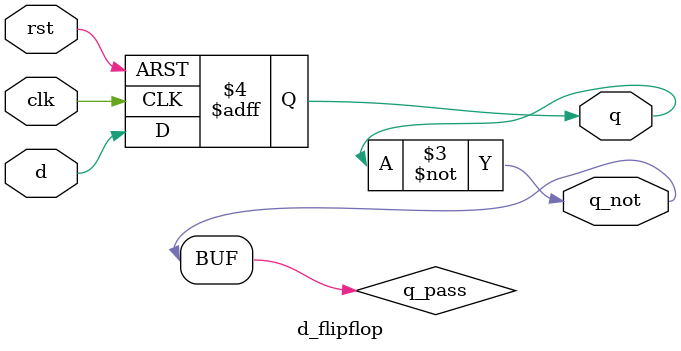
<source format=sv>
`timescale 1ns / 1ps


module d_flipflop(
    input logic     clk, d, rst,
    output logic    q, q_not
    );
    
    
    logic q_pass;
    
    always_ff @(posedge  clk or posedge rst) 
        begin
            if (rst == 1'b1)    q<=1'b0;
            else                q<=d;   
        end
        
    assign q_pass = ~q;
    assign q_not = q_pass;

        
endmodule

</source>
